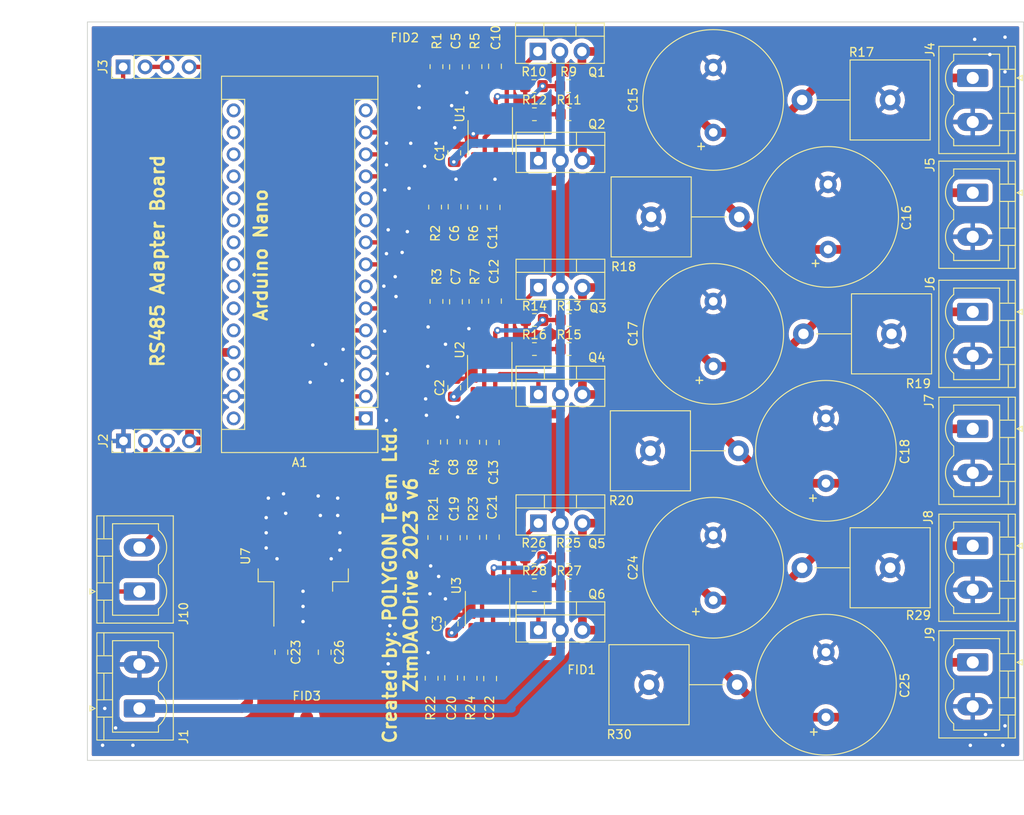
<source format=kicad_pcb>
(kicad_pcb (version 20211014) (generator pcbnew)
  (layers (0 "F.Cu" signal) (31 "B.Cu" signal) (34 "B.Paste" user) (35 "F.Paste" user) (36 "B.SilkS" user "B.Silkscreen") (37 "F.SilkS" user "F.Silkscreen") (38 "B.Mask" user) (39 "F.Mask" user) (44 "Edge.Cuts" user))
  (net 0 "")
  (net 1 "TX")
  (net 2 "RX")
  (net 4 "GND")
  (net 5 "OE")
  (net 6 "PWM0")
  (net 8 "PWM1")
  (net 9 "PWM2")
  (net 12 "PWM3")
  (net 13 "PWM4")
  (net 14 "PWM5")
  (net 27 "+5V")
  (net 30 "+12V")
  (net 31 "Net-(C5-Pad1)")
  (net 32 "Net-(C6-Pad1)")
  (net 33 "Net-(C7-Pad1)")
  (net 34 "Net-(C8-Pad1)")
  (net 35 "Net-(C10-Pad1)")
  (net 36 "Net-(C11-Pad1)")
  (net 37 "Net-(C12-Pad1)")
  (net 38 "Net-(C13-Pad1)")
  (net 39 "AO0")
  (net 40 "AO1")
  (net 41 "AO2")
  (net 42 "AO3")
  (net 43 "Net-(C19-Pad1)")
  (net 44 "Net-(C20-Pad1)")
  (net 45 "Net-(C21-Pad1)")
  (net 46 "Net-(C22-Pad1)")
  (net 47 "AO4")
  (net 48 "AO5")
  (net 49 "Net-(J10-Pad1)")
  (net 50 "Net-(J10-Pad2)")
  (net 51 "Net-(U1-Pad1)")
  (net 52 "Net-(U1-Pad7)")
  (net 53 "Net-(U2-Pad1)")
  (net 54 "Net-(U2-Pad7)")
  (net 55 "Net-(U3-Pad1)")
  (net 56 "Net-(U3-Pad7)")
  (net 57 "Net-(R10-Pad2)")
  (net 58 "Net-(R11-Pad1)")
  (net 59 "Net-(R13-Pad1)")
  (net 60 "Net-(R15-Pad1)")
  (net 61 "Net-(R25-Pad1)")
  (net 62 "Net-(R27-Pad1)")
  (footprint "Connector_Phoenix_MSTB:PhoenixContact_MSTBVA_2,5_2-G-5,08_1x02_P5.08mm_Vertical" (layer "F.Cu") (at 259.6375 115.93 -90)
    (fp_text reference "J9")
    (fp_text value "Conn_01x02_Male")
  )
  (footprint "Package_TO_SOT_THT:TO-220-3_Vertical" (layer "F.Cu") (at 209.53 85.01)
    (fp_text reference "Q4")
    (fp_text value "2SC2073")
  )
  (footprint "Resistor_THT:R_Axial_Power_L25.0mm_W9.0mm_P10.16mm_Vertical" (layer "F.Cu") (at 250.11 51.01 180)
    (fp_text reference "R17")
    (fp_text value "68/5W")
  )
  (footprint "Capacitor_THT:C_Radial_D16.0mm_H25.0mm_P7.50mm" (layer "F.Cu") (at 229.7 81.76 90)
    (fp_text reference "C17")
    (fp_text value "1000u/63V")
  )
  (footprint "Resistor_SMD:R_0805_2012Metric_Pad1.20x1.40mm_HandSolder" (layer "F.Cu") (at 197.77 74.265 90)
    (fp_text reference "R3")
    (fp_text value "100k")
  )
  (footprint "Resistor_SMD:R_0805_2012Metric_Pad1.20x1.40mm_HandSolder" (layer "F.Cu") (at 197.77 47.16 90)
    (fp_text reference "R1")
    (fp_text value "100k")
  )
  (footprint "Capacitor_THT:C_Radial_D16.0mm_H25.0mm_P7.50mm" (layer "F.Cu") (at 242.7 122.26 90)
    (fp_text reference "C25")
    (fp_text value "1000u/63V")
  )
  (footprint "Connector_Phoenix_MSTB:PhoenixContact_MSTBVA_2,5_2-G-5,08_1x02_P5.08mm_Vertical" (layer "F.Cu") (at 259.6375 88.97 -90)
    (fp_text reference "J7")
    (fp_text value "Conn_01x02_Male")
  )
  (footprint "Capacitor_SMD:C_0805_2012Metric_Pad1.18x1.45mm_HandSolder" (layer "F.Cu") (at 200.02 47.1975 -90)
    (fp_text reference "C5")
    (fp_text value "100n")
  )
  (footprint "Capacitor_THT:C_Radial_D16.0mm_H25.0mm_P7.50mm" (layer "F.Cu") (at 229.7 108.76 90)
    (fp_text reference "C24")
    (fp_text value "1000u/63V")
  )
  (footprint "Resistor_THT:R_Axial_Power_L25.0mm_W9.0mm_P10.16mm_Vertical" (layer "F.Cu") (at 222.54 64.51)
    (fp_text reference "R18")
    (fp_text value "68/5W")
  )
  (footprint "Package_TO_SOT_THT:TO-220-3_Vertical" (layer "F.Cu") (at 209.53 99.865)
    (fp_text reference "Q5")
    (fp_text value "2SC2073")
  )
  (footprint "Package_TO_SOT_THT:TO-220-3_Vertical" (layer "F.Cu") (at 209.53 72.665)
    (fp_text reference "Q3")
    (fp_text value "2SC2073")
  )
  (footprint "Connector_Phoenix_MSTB:PhoenixContact_MSTBVA_2,5_2-G-5,08_1x02_P5.08mm_Vertical" (layer "F.Cu") (at 259.6375 75.47 -90)
    (fp_text reference "J6")
    (fp_text value "Conn_01x02_Male")
  )
  (footprint "Package_SO:SO-8_3.9x4.9mm_P1.27mm" (layer "F.Cu") (at 203.915 82.44 -90)
    (fp_text reference "U2")
    (fp_text value "LM358")
  )
  (footprint "Capacitor_SMD:C_0805_2012Metric_Pad1.18x1.45mm_HandSolder" (layer "F.Cu") (at 199.77 101.5525 -90)
    (fp_text reference "C19")
    (fp_text value "100n")
  )
  (footprint "Resistor_SMD:R_0805_2012Metric_Pad1.20x1.40mm_HandSolder" (layer "F.Cu") (at 201.71 117.765 90)
    (fp_text reference "R24")
    (fp_text value "100k")
  )
  (footprint "Capacitor_SMD:C_0805_2012Metric_Pad1.18x1.45mm_HandSolder" (layer "F.Cu") (at 204.26 90.5475 -90)
    (fp_text reference "C13")
    (fp_text value "100n")
  )
  (footprint "Capacitor_SMD:C_0805_2012Metric_Pad1.18x1.45mm_HandSolder" (layer "F.Cu") (at 204.27 101.4775 90)
    (fp_text reference "C21")
    (fp_text value "100n")
  )
  (footprint "Resistor_SMD:R_0805_2012Metric_Pad1.20x1.40mm_HandSolder" (layer "F.Cu") (at 209.07 107.015)
    (fp_text reference "R28")
    (fp_text value "10k")
  )
  (footprint "Capacitor_THT:C_Radial_D16.0mm_H25.0mm_P7.50mm" (layer "F.Cu") (at 242.7 95.26 90)
    (fp_text reference "C18")
    (fp_text value "1000u/63V")
  )
  (footprint "Capacitor_SMD:C_0805_2012Metric_Pad1.18x1.45mm_HandSolder" (layer "F.Cu") (at 200.02 74.3025 -90)
    (fp_text reference "C7")
    (fp_text value "100n")
  )
  (footprint "Capacitor_SMD:C_0805_2012Metric_Pad1.18x1.45mm_HandSolder" (layer "F.Cu") (at 199.46 117.7275 90)
    (fp_text reference "C20")
    (fp_text value "100n")
  )
  (footprint "Resistor_SMD:R_0805_2012Metric_Pad1.20x1.40mm_HandSolder" (layer "F.Cu") (at 213.01 49.41)
    (fp_text reference "R9")
    (fp_text value "10k")
  )
  (footprint "Package_TO_SOT_THT:TO-220-3_Vertical" (layer "F.Cu") (at 209.53 112.21)
    (fp_text reference "Q6")
    (fp_text value "2SC2073")
  )
  (footprint "Resistor_THT:R_Axial_Power_L25.0mm_W9.0mm_P10.16mm_Vertical" (layer "F.Cu") (at 250.11 105.01 180)
    (fp_text reference "R29")
    (fp_text value "68/5W")
  )
  (footprint "Connector_PinHeader_2.54mm:PinHeader_1x04_P2.54mm_Vertical" (layer "F.Cu") (at 161.62 47.19 90)
    (fp_text reference "J3")
    (fp_text value "Conn_01x04_Female")
  )
  (footprint "Resistor_SMD:R_0805_2012Metric_Pad1.20x1.40mm_HandSolder" (layer "F.Cu") (at 209.07 76.41)
    (fp_text reference "R14")
    (fp_text value "10k")
  )
  (footprint "Fiducial:Fiducial_1.5mm_Mask3mm" (layer "F.Cu") (at 214.52 119.265)
    (fp_text reference "FID1")
    (fp_text value "Fiducial")
  )
  (footprint "Resistor_SMD:R_0805_2012Metric_Pad1.20x1.40mm_HandSolder" (layer "F.Cu") (at 213.07 52.66)
    (fp_text reference "R11")
    (fp_text value "10k")
  )
  (footprint "Resistor_THT:R_Axial_Power_L25.0mm_W9.0mm_P10.16mm_Vertical" (layer "F.Cu") (at 250.27 78.01 180)
    (fp_text reference "R19")
    (fp_text value "68/5W")
  )
  (footprint "Connector_Phoenix_MSTB:PhoenixContact_MSTBVA_2,5_2-G-5,08_1x02_P5.08mm_Vertical" (layer "F.Cu") (at 259.6375 102.47 -90)
    (fp_text reference "J8")
    (fp_text value "Conn_01x02_Male")
  )
  (footprint "Capacitor_SMD:C_0805_2012Metric_Pad1.18x1.45mm_HandSolder" (layer "F.Cu") (at 204.52 74.2275 90)
    (fp_text reference "C12")
    (fp_text value "100n")
  )
  (footprint "Resistor_SMD:R_0805_2012Metric_Pad1.20x1.40mm_HandSolder" (layer "F.Cu") (at 202.27 47.16 -90)
    (fp_text reference "R5")
    (fp_text value "100k")
  )
  (footprint "Package_TO_SOT_THT:TO-220-3_Vertical" (layer "F.Cu") (at 209.47 45.41)
    (fp_text reference "Q1")
    (fp_text value "2SC2073")
  )
  (footprint "Resistor_SMD:R_0805_2012Metric_Pad1.20x1.40mm_HandSolder" (layer "F.Cu") (at 197.61 63.3725 -90)
    (fp_text reference "R2")
    (fp_text value "100k")
  )
  (footprint "Capacitor_SMD:C_0805_2012Metric_Pad1.18x1.45mm_HandSolder" (layer "F.Cu") (at 204.36 63.41 -90)
    (fp_text reference "C11")
    (fp_text value "100n")
  )
  (footprint "Capacitor_THT:C_Radial_D16.0mm_H25.0mm_P7.50mm" (layer "F.Cu") (at 229.7 54.76 90)
    (fp_text reference "C15")
    (fp_text value "1000u/63V")
  )
  (footprint "Capacitor_SMD:C_0805_2012Metric_Pad1.18x1.45mm_HandSolder" (layer "F.Cu") (at 199.82 57.1225 90)
    (fp_text reference "C1")
    (fp_text value "100n")
  )
  (footprint "Connector_PinHeader_2.54mm:PinHeader_1x04_P2.54mm_Vertical" (layer "F.Cu") (at 161.66 90.37 90)
    (fp_text reference "J2")
    (fp_text value "Conn_01x04_Female")
  )
  (footprint "Connector_Phoenix_MSTB:PhoenixContact_MSTBVA_2,5_2-G-5,08_1x02_P5.08mm_Vertical" (layer "F.Cu") (at 259.6375 61.72 -90)
    (fp_text reference "J5")
    (fp_text value "Conn_01x02_Male")
  )
  (footprint "Resistor_SMD:R_0805_2012Metric_Pad1.20x1.40mm_HandSolder" (layer "F.Cu") (at 209.01 49.41)
    (fp_text reference "R10")
    (fp_text value "10k")
  )
  (footprint "Capacitor_SMD:C_0805_2012Metric_Pad1.18x1.45mm_HandSolder" (layer "F.Cu") (at 199.52 111.4775 90)
    (fp_text reference "C3")
    (fp_text value "100n")
  )
  (footprint "Resistor_SMD:R_0805_2012Metric_Pad1.20x1.40mm_HandSolder" (layer "F.Cu") (at 213.07 107.015)
    (fp_text reference "R27")
    (fp_text value "10k")
  )
  (footprint "Resistor_SMD:R_0805_2012Metric_Pad1.20x1.40mm_HandSolder" (layer "F.Cu") (at 213.01 103.81)
    (fp_text reference "R25")
    (fp_text value "10k")
  )
  (footprint "Capacitor_SMD:C_0805_2012Metric_Pad1.18x1.45mm_HandSolder" (layer "F.Cu") (at 199.82 84.2275 90)
    (fp_text reference "C2")
    (fp_text value "100n")
  )
  (footprint "Resistor_SMD:R_0805_2012Metric_Pad1.20x1.40mm_HandSolder" (layer "F.Cu") (at 209.07 52.66)
    (fp_text reference "R12")
    (fp_text value "10k")
  )
  (footprint "Capacitor_SMD:C_0805_2012Metric_Pad1.18x1.45mm_HandSolder" (layer "F.Cu") (at 179.875 114.7625 -90)
    (fp_text reference "C23")
    (fp_text value "100n")
  )
  (footprint "Fiducial:Fiducial_1.5mm_Mask3mm" (layer "F.Cu") (at 182.8 122.3)
    (fp_text reference "FID3")
    (fp_text value "Fiducial")
  )
  (footprint "Connector_Phoenix_MSTB:PhoenixContact_MSTBVA_2,5_2-G-5,08_1x02_P5.08mm_Vertical" (layer "F.Cu") (at 163.5 121.25 90)
    (fp_text reference "J1")
    (fp_text value "Conn_01x02_Male")
  )
  (footprint "Resistor_SMD:R_0805_2012Metric_Pad1.20x1.40mm_HandSolder" (layer "F.Cu") (at 213.07 76.41)
    (fp_text reference "R13")
    (fp_text value "10k")
  )
  (footprint "Package_TO_SOT_THT:TO-220-3_Vertical" (layer "F.Cu") (at 209.53 58.01)
    (fp_text reference "Q2")
    (fp_text value "2SC2073")
  )
  (footprint "Resistor_SMD:R_0805_2012Metric_Pad1.20x1.40mm_HandSolder" (layer "F.Cu") (at 202.02 101.515 -90)
    (fp_text reference "R23")
    (fp_text value "100k")
  )
  (footprint "Connector_Phoenix_MSTB:PhoenixContact_MSTBVA_2,5_2-G-5,08_1x02_P5.08mm_Vertical" (layer "F.Cu") (at 163.5 107.75 90)
    (fp_text reference "J10")
    (fp_text value "Conn_01x02_Male")
  )
  (footprint "Resistor_SMD:R_0805_2012Metric_Pad1.20x1.40mm_HandSolder" (layer "F.Cu") (at 202.27 74.265 -90)
    (fp_text reference "R7")
    (fp_text value "100k")
  )
  (footprint "Resistor_SMD:R_0805_2012Metric_Pad1.20x1.40mm_HandSolder" (layer "F.Cu") (at 202.01 90.51 90)
    (fp_text reference "R8")
    (fp_text value "100k")
  )
  (footprint "Capacitor_SMD:C_0805_2012Metric_Pad1.18x1.45mm_HandSolder" (layer "F.Cu") (at 204.52 47.1225 90)
    (fp_text reference "C10")
    (fp_text value "100n")
  )
  (footprint "Resistor_SMD:R_0805_2012Metric_Pad1.20x1.40mm_HandSolder" (layer "F.Cu") (at 197.51 90.51 -90)
    (fp_text reference "R4")
    (fp_text value "100k")
  )
  (footprint "Resistor_SMD:R_0805_2012Metric_Pad1.20x1.40mm_HandSolder" (layer "F.Cu") (at 197.52 101.515 90)
    (fp_text reference "R21")
    (fp_text value "100k")
  )
  (footprint "Capacitor_THT:C_Radial_D16.0mm_H25.0mm_P7.50mm" (layer "F.Cu") (at 242.95 68.26 90)
    (fp_text reference "C16")
    (fp_text value "1000u/63V")
  )
  (footprint "Package_TO_SOT_SMD:TO-263-2" (layer "F.Cu") (at 182.4 103.675 90)
    (fp_text reference "U7")
    (fp_text value "LM7805_TO220")
  )
  (footprint "Fiducial:Fiducial_1.5mm_Mask3mm" (layer "F.Cu") (at 194.11 46.31)
    (fp_text reference "FID2")
    (fp_text value "Fiducial")
  )
  (footprint "Capacitor_SMD:C_0805_2012Metric_Pad1.18x1.45mm_HandSolder" (layer "F.Cu") (at 199.76 90.4725 90)
    (fp_text reference "C8")
    (fp_text value "100n")
  )
  (footprint "Package_SO:SO-8_3.9x4.9mm_P1.27mm" (layer "F.Cu") (at 203.975 55.335 -90)
    (fp_text reference "U1")
    (fp_text value "LM358")
  )
  (footprint "Capacitor_SMD:C_0805_2012Metric_Pad1.18x1.45mm_HandSolder" (layer "F.Cu") (at 199.86 63.335 90)
    (fp_text reference "C6")
    (fp_text value "100n")
  )
  (footprint "Package_SO:SO-8_3.9x4.9mm_P1.27mm" (layer "F.Cu") (at 203.665 109.69 -90)
    (fp_text reference "U3")
    (fp_text value "LM358")
  )
  (footprint "Capacitor_SMD:C_0805_2012Metric_Pad1.18x1.45mm_HandSolder" (layer "F.Cu") (at 184.875 114.7625 -90)
    (fp_text reference "C26")
    (fp_text value "100n")
  )
  (footprint "Resistor_SMD:R_0805_2012Metric_Pad1.20x1.40mm_HandSolder" (layer "F.Cu") (at 202.11 63.3725 90)
    (fp_text reference "R6")
    (fp_text value "100k")
  )
  (footprint "Capacitor_SMD:C_0805_2012Metric_Pad1.18x1.45mm_HandSolder" (layer "F.Cu") (at 203.96 117.8025 -90)
    (fp_text reference "C22")
    (fp_text value "100n")
  )
  (footprint "Resistor_THT:R_Axial_Power_L25.0mm_W9.0mm_P10.16mm_Vertical" (layer "F.Cu") (at 222.45 91.51)
    (fp_text reference "R20")
    (fp_text value "68/5W")
  )
  (footprint "Connector_Phoenix_MSTB:PhoenixContact_MSTBVA_2,5_2-G-5,08_1x02_P5.08mm_Vertical" (layer "F.Cu") (at 259.6375 48.47 -90)
    (fp_text reference "J4")
    (fp_text value "Conn_01x02_Male")
  )
  (footprint "Resistor_SMD:R_0805_2012Metric_Pad1.20x1.40mm_HandSolder" (layer "F.Cu") (at 213.07 79.765)
    (fp_text reference "R15")
    (fp_text value "10k")
  )
  (footprint "Resistor_SMD:R_0805_2012Metric_Pad1.20x1.40mm_HandSolder" (layer "F.Cu") (at 209.07 79.765)
    (fp_text reference "R16")
    (fp_text value "10k")
  )
  (footprint "Resistor_SMD:R_0805_2012Metric_Pad1.20x1.40mm_HandSolder" (layer "F.Cu") (at 209.01 103.81)
    (fp_text reference "R26")
    (fp_text value "10k")
  )
  (footprint "Resistor_THT:R_Axial_Power_L25.0mm_W9.0mm_P10.16mm_Vertical" (layer "F.Cu") (at 222.29 118.51)
    (fp_text reference "R30")
    (fp_text value "68/5W")
  )
  (footprint "Module:Arduino_Nano" (layer "F.Cu") (at 189.61 87.77 180)
    (fp_text reference "A1")
    (fp_text value "Arduino_Nano_v3.x")
  )
  (footprint "Resistor_SMD:R_0805_2012Metric_Pad1.20x1.40mm_HandSolder" (layer "F.Cu") (at 197.21 117.765 -90)
    (fp_text reference "R22")
    (fp_text value "100k")
  )
  (gr_poly (pts (xy 265.5 127.25) (xy 157.5 127.25) (xy 157.5 42) (xy 265.5 42)) (layer "Edge.Cuts") (width 0.1) (fill none))
  (gr_text "+" (at 228.1 83.3) (layer "F.SilkS") (effects (font (size 1 1))))
  (gr_text "Arduino Nano" (at 177.5 68.9 90) (layer "F.SilkS") (effects (font (size 1.5 1.5) (thickness 0.3))))
  (gr_text "+" (at 241.2 96.9) (layer "F.SilkS") (effects (font (size 1 1))))
  (gr_text "+" (at 228.3 56.3) (layer "F.SilkS") (effects (font (size 1 1))))
  (gr_text "+" (at 227.7 110) (layer "F.SilkS") (effects (font (size 1 1))))
  (gr_text "Created by: POLYGON Team Ltd.\nZtmDACDrive 2023 v6" (at 193.6 107 90) (layer "F.SilkS") (effects (font (size 1.5 1.5) (thickness 0.3))))
  (gr_text "RS485 Adapter Board" (at 165.6 69.6 90) (layer "F.SilkS") (effects (font (size 1.5 1.5) (thickness 0.3))))
  (gr_text "+" (at 241.3 123.9) (layer "F.SilkS") (effects (font (size 1 1))))
  (gr_text "+" (at 241.5 69.8) (layer "F.SilkS") (effects (font (size 1 1))))
  (segment (start 161.62 48.87) (end 161.62 47.19) (width 0.5) (layer "F.Cu") (net 1))
  (segment (start 189.61 87.77) (end 180.77 87.77) (width 0.5) (layer "F.Cu") (net 1))
  (segment (start 180.77 87.77) (end 180 87) (width 0.5) (layer "F.Cu") (net 1))
  (segment (start 162.25 49.5) (end 161.62 48.87) (width 0.5) (layer "F.Cu") (net 1))
  (segment (start 179 49.5) (end 162.25 49.5) (width 0.5) (layer "F.Cu") (net 1))
  (segment (start 180 50.5) (end 179 49.5) (width 0.5) (layer "F.Cu") (net 1))
  (segment (start 180 87) (end 180 50.5) (width 0.5) (layer "F.Cu") (net 1))
  (segment (start 181.75 84.5) (end 181.75 48.38) (width 0.5) (layer "F.Cu") (net 2))
  (segment (start 182.48 85.23) (end 181.75 84.5) (width 0.5) (layer "F.Cu") (net 2))
  (segment (start 180.56 47.19) (end 169.24 47.19) (width 0.5) (layer "F.Cu") (net 2))
  (segment (start 181.75 48.38) (end 180.56 47.19) (width 0.5) (layer "F.Cu") (net 2))
  (segment (start 189.61 85.23) (end 182.48 85.23) (width 0.5) (layer "F.Cu") (net 2))
  (via (at 261.11 124.26) (size 0.8) (drill 0.4) (layers "F.Cu" "B.Cu") (net 4))
  (via (at 178.125 102.725) (size 0.8) (drill 0.4) (layers "F.Cu" "B.Cu") (net 4))
  (via (at 180.375 98.725) (size 0.8) (drill 0.4) (layers "F.Cu" "B.Cu") (net 4))
  (via (at 184.125 96.725) (size 0.8) (drill 0.4) (layers "F.Cu" "B.Cu") (net 4))
  (via (at 194.41 66.21) (size 0.8) (drill 0.4) (layers "F.Cu" "B.Cu") (net 4))
  (via (at 263.11 125.51) (size 0.8) (drill 0.4) (layers "F.Cu" "B.Cu") (net 4))
  (via (at 196.81 77.21) (size 0.8) (drill 0.4) (layers "F.Cu" "B.Cu") (net 4))
  (via (at 192.4 111.7) (size 0.8) (drill 0.4) (layers "F.Cu" "B.Cu") (net 4))
  (via (at 192 88) (size 0.8) (drill 0.4) (layers "F.Cu" "B.Cu") (net 4))
  (via (at 261.61 45.76) (size 0.8) (drill 0.4) (layers "F.Cu" "B.Cu") (net 4))
  (via (at 199.87 54.21) (size 0.8) (drill 0.4) (layers "F.Cu" "B.Cu") (net 4))
  (via (at 187 79.8) (size 0.8) (drill 0.4) (layers "F.Cu" "B.Cu") (net 4))
  (via (at 201.51 77.41) (size 0.8) (drill 0.4) (layers "F.Cu" "B.Cu") (net 4))
  (via (at 192 56) (size 0.8) (drill 0.4) (layers "F.Cu" "B.Cu") (net 4))
  (via (at 194.8 56.01) (size 0.8) (drill 0.4) (layers "F.Cu" "B.Cu") (net 4))
  (via (at 196.52 85.515) (size 0.8) (drill 0.4) (layers "F.Cu" "B.Cu") (net 4))
  (via (at 193.01 71.41) (size 0.8) (drill 0.4) (layers "F.Cu" "B.Cu") (net 4))
  (via (at 195.77 49.41) (size 0.8) (drill 0.4) (layers "F.Cu" "B.Cu") (net 4))
  (via (at 191.7 72.5) (size 0.8) (drill 0.4) (layers "F.Cu" "B.Cu") (net 4))
  (via (at 195.77 51.91) (size 0.8) (drill 0.4) (layers "F.Cu" "B.Cu") (net 4))
  (via (at 196.81 114.81) (size 0.8) (drill 0.4) (layers "F.Cu" "B.Cu") (net 4))
  (via (at 192 68.75) (size 0.8) (drill 0.4) (layers "F.Cu" "B.Cu") (net 4))
  (via (at 162.75 125.5) (size 0.8) (drill 0.4) (layers "F.Cu" "B.Cu") (net 4))
  (via (at 192.2 66) (size 0.8) (drill 0.4) (layers "F.Cu" "B.Cu") (net 4))
  (via (at 182.375 111.225) (size 0.8) (drill 0.4) (layers "F.Cu" "B.Cu") (net 4))
  (via (at 184.375 98.975) (size 0.8) (drill 0.4) (layers "F.Cu" "B.Cu") (net 4))
  (via (at 198.81 79.21) (size 0.8) (drill 0.4) (layers "F.Cu" "B.Cu") (net 4))
  (via (at 185.625 103.975) (size 0.8) (drill 0.4) (layers "F.Cu" "B.Cu") (net 4))
  (via (at 182.375 107.725) (size 0.8) (drill 0.4) (layers "F.Cu" "B.Cu") (net 4))
  (via (at 202.02 54.91) (size 0.8) (drill 0.4) (layers "F.Cu" "B.Cu") (net 4))
  (via (at 182.375 109.475) (size 0.8) (drill 0.4) (layers "F.Cu" "B.Cu") (net 4))
  (via (at 159.5 121.25) (size 0.8) (drill 0.4) (layers "F.Cu" "B.Cu") (net 4))
  (via (at 204.52 60.16) (size 0.8) (drill 0.4) (layers "F.Cu" "B.Cu") (net 4))
  (via (at 192.2 116.1) (size 0.8) (drill 0.4) (layers "F.Cu" "B.Cu") (net 4))
  (via (at 263.36 123.26) (size 0.8) (drill 0.4) (layers "F.Cu" "B.Cu") (net 4))
  (via (at 196.41 58.66) (size 0.8) (drill 0.4) (layers "F.Cu" "B.Cu") (net 4))
  (via (at 185 81.5) (size 0.8) (drill 0.4) (layers "F.Cu" "B.Cu") (net 4))
  (via (at 196.77 81.765) (size 0.8) (drill 0.4) (layers "F.Cu" "B.Cu") (net 4))
  (via (at 178.375 96.975) (size 0.8) (drill 0.4) (layers "F.Cu" "B.Cu") (net 4))
  (via (at 196.61 87.41) (size 0.8) (drill 0.4) (layers "F.Cu" "B.Cu") (net 4))
  (via (at 201.27 50.16) (size 0.8) (drill 0.4) (layers "F.Cu" "B.Cu") (net 4))
  (via (at 186.9 83.4) (size 0.8) (drill 0.4) (layers "F.Cu" "B.Cu") (net 4))
  (via (at 183.2 83.6) (size 0.8) (drill 0.4) (layers "F.Cu" "B.Cu") (net 4))
  (via (at 186.625 102.975) (size 0.8) (drill 0.4) (layers "F.Cu" "B.Cu") (net 4))
  (via (at 179.375 103.975) (size 0.8) (drill 0.4) (layers "F.Cu" "B.Cu") (net 4))
  (via (at 199.52 51.66) (size 0.8) (drill 0.4) (layers "F.Cu" "B.Cu") (net 4))
  (via (at 186.625 100.975) (size 0.8) (drill 0.4) (layers "F.Cu" "B.Cu") (net 4))
  (via (at 200.21 87.61) (size 0.8) (drill 0.4) (layers "F.Cu" "B.Cu") (net 4))
  (via (at 194.61 61.21) (size 0.8) (drill 0.4) (layers "F.Cu" "B.Cu") (net 4))
  (via (at 186.375 98.975) (size 0.8) (drill 0.4) (layers "F.Cu" "B.Cu") (net 4))
  (via (at 197.02 108.015) (size 0.8) (drill 0.4) (layers "F.Cu" "B.Cu") (net 4))
  (via (at 183.5 79.3) (size 0.8) (drill 0.4) (layers "F.Cu" "B.Cu") (net 4))
  (via (at 192.1 82.6) (size 0.8) (drill 0.4) (layers "F.Cu" "B.Cu") (net 4))
  (via (at 263.36 47.76) (size 0.8) (drill 0.4) (layers "F.Cu" "B.Cu") (net 4))
  (via (at 200.02 60.16) (size 0.8) (drill 0.4) (layers "F.Cu" "B.Cu") (net 4))
  (via (at 180.125 96.475) (size 0.8) (drill 0.4) (layers "F.Cu" "B.Cu") (net 4))
  (via (at 263.36 43.76) (size 0.8) (drill 0.4) (layers "F.Cu" "B.Cu") (net 4))
  (via (at 197.1 104.8) (size 0.8) (drill 0.4) (layers "F.Cu" "B.Cu") (net 4))
  (via (at 193.81 68.61) (size 0.8) (drill 0.4) (layers "F.Cu" "B.Cu") (net 4))
  (via (at 259.86 44.01) (size 0.8) (drill 0.4) (layers "F.Cu" "B.Cu") (net 4))
  (via (at 159.25 125.5) (size 0.8) (drill 0.4) (layers "F.Cu" "B.Cu") (net 4))
  (via (at 186.375 96.975) (size 0.8) (drill 0.4) (layers "F.Cu" "B.Cu") (net 4))
  (via (at 160.75 123.5) (size 0.8) (drill 0.4) (layers "F.Cu" "B.Cu") (net 4))
  (via (at 197.71 56.01) (size 0.8) (drill 0.4) (layers "F.Cu" "B.Cu") (net 4))
  (via (at 178.125 100.975) (size 0.8) (drill 0.4) (layers "F.Cu" "B.Cu") (net 4))
  (via (at 178.125 99.225) (size 0.8) (drill 0.4) (layers "F.Cu" "B.Cu") (net 4))
  (via (at 191.8 61.4) (size 0.8) (drill 0.4) (layers "F.Cu" "B.Cu") (net 4))
  (via (at 198.02 106.015) (size 0.8) (drill 0.4) (layers "F.Cu" "B.Cu") (net 4))
  (via (at 191.8 77.7) (size 0.8) (drill 0.4) (layers "F.Cu" "B.Cu") (net 4))
  (via (at 192 58.5) (size 0.8) (drill 0.4) (layers "F.Cu" "B.Cu") (net 4))
  (via (at 259.36 125.51) (size 0.8) (drill 0.4) (layers "F.Cu" "B.Cu") (net 4))
  (via (at 198.8 108.6) (size 0.8) (drill 0.4) (layers "F.Cu" "B.Cu") (net 4))
  (via (at 193.1 73.7) (size 0.8) (drill 0.4) (layers "F.Cu" "B.Cu") (net 4))
  (segment (start 183.5 76.75) (end 183.5 45.75) (width 0.5) (layer "F.Cu") (net 5))
  (segment (start 164.16 47.19) (end 166.7 47.19) (width 0.5) (layer "F.Cu") (net 5))
  (segment (start 167.5 44.75) (end 166.7 45.55) (width 0.5) (layer "F.Cu") (net 5))
  (segment (start 184.36 77.61) (end 183.5 76.75) (width 0.5) (layer "F.Cu") (net 5))
  (segment (start 182.5 44.75) (end 167.5 44.75) (width 0.5) (layer "F.Cu") (net 5))
  (segment (start 166.7 45.55) (end 166.7 47.19) (width 0.5) (layer "F.Cu") (net 5))
  (segment (start 183.5 45.75) (end 182.5 44.75) (width 0.5) (layer "F.Cu") (net 5))
  (segment (start 189.61 77.61) (end 184.36 77.61) (width 0.5) (layer "F.Cu") (net 5))
  (segment (start 197.26 54.76) (end 197.81 54.21) (width 0.5) (layer "F.Cu") (net 6))
  (segment (start 197.77 48.16) (end 197.81 48.2) (width 0.5) (layer "F.Cu") (net 6))
  (segment (start 197.25 54.75) (end 197.26 54.76) (width 0.5) (layer "F.Cu") (net 6))
  (segment (start 189.61 54.75) (end 197.25 54.75) (width 0.5) (layer "F.Cu") (net 6))
  (segment (start 197.81 48.2) (end 197.81 54.21) (width 0.5) (layer "F.Cu") (net 6))
  (segment (start 197.61 57.81) (end 197.61 62.3725) (width 0.5) (layer "F.Cu") (net 8))
  (segment (start 189.61 57.29) (end 197.09 57.29) (width 0.5) (layer "F.Cu") (net 8))
  (segment (start 197.09 57.29) (end 197.61 57.81) (width 0.5) (layer "F.Cu") (net 8))
  (segment (start 196.01 60.61) (end 196.01 75.01) (width 0.5) (layer "F.Cu") (net 9))
  (segment (start 195.23 59.83) (end 196.01 60.61) (width 0.5) (layer "F.Cu") (net 9))
  (segment (start 189.61 59.83) (end 195.23 59.83) (width 0.5) (layer "F.Cu") (net 9))
  (segment (start 196.01 75.01) (end 196.265 75.265) (width 0.5) (layer "F.Cu") (net 9))
  (segment (start 196.265 75.265) (end 197.77 75.265) (width 0.5) (layer "F.Cu") (net 9))
  (segment (start 195.21 67.81) (end 195.21 89.21) (width 0.5) (layer "F.Cu") (net 12))
  (segment (start 189.61 67.45) (end 194.85 67.45) (width 0.5) (layer "F.Cu") (net 12))
  (segment (start 195.21 89.21) (end 195.51 89.51) (width 0.5) (layer "F.Cu") (net 12))
  (segment (start 194.85 67.45) (end 195.21 67.81) (width 0.5) (layer "F.Cu") (net 12))
  (segment (start 195.51 89.51) (end 197.51 89.51) (width 0.5) (layer "F.Cu") (net 12))
  (segment (start 194.715 102.515) (end 197.52 102.515) (width 0.5) (layer "F.Cu") (net 13))
  (segment (start 194.41 70.61) (end 194.41 102.21) (width 0.5) (layer "F.Cu") (net 13))
  (segment (start 189.61 69.99) (end 193.79 69.99) (width 0.5) (layer "F.Cu") (net 13))
  (segment (start 194.41 102.21) (end 194.715 102.515) (width 0.5) (layer "F.Cu") (net 13))
  (segment (start 193.79 69.99) (end 194.41 70.61) (width 0.5) (layer "F.Cu") (net 13))
  (segment (start 193.965 116.765) (end 197.21 116.765) (width 0.5) (layer "F.Cu") (net 14))
  (segment (start 189.61 75.07) (end 193.27 75.07) (width 0.5) (layer "F.Cu") (net 14))
  (segment (start 193.61 116.41) (end 193.965 116.765) (width 0.5) (layer "F.Cu") (net 14))
  (segment (start 193.61 75.41) (end 193.61 116.41) (width 0.5) (layer "F.Cu") (net 14))
  (segment (start 193.27 75.07) (end 193.61 75.41) (width 0.5) (layer "F.Cu") (net 14))
  (segment (start 184.875 109.515) (end 184.94 109.45) (width 1) (layer "F.Cu") (net 27))
  (segment (start 188.4 109.45) (end 184.94 109.45) (width 1) (layer "F.Cu") (net 27))
  (segment (start 184.875 113.725) (end 184.875 109.515) (width 1) (layer "F.Cu") (net 27))
  (segment (start 174.37 80.15) (end 169.96 80.15) (width 1) (layer "F.Cu") (net 27))
  (segment (start 188.4 109.45) (end 191 106.85) (width 1) (layer "F.Cu") (net 27))
  (segment (start 188.12 90.37) (end 191 93.25) (width 1) (layer "F.Cu") (net 27))
  (segment (start 169.28 90.37) (end 188.12 90.37) (width 1) (layer "F.Cu") (net 27))
  (segment (start 169.96 80.15) (end 169.28 80.83) (width 1) (layer "F.Cu") (net 27))
  (segment (start 169.28 90.37) (end 169.28 80.83) (width 1) (layer "F.Cu") (net 27))
  (segment (start 191 93.25) (end 191 106.85) (width 1) (layer "F.Cu") (net 27))
  (segment (start 212.07 86.865) (end 212.07 85.01) (width 1) (layer "F.Cu") (net 30))
  (segment (start 212.07 59.81) (end 212.07 58.01) (width 1) (layer "F.Cu") (net 30))
  (segment (start 163 121.25) (end 175.35 121.25) (width 1) (layer "F.Cu") (net 30))
  (segment (start 179.875 109.465) (end 179.86 109.45) (width 1) (layer "F.Cu") (net 30))
  (segment (start 176.875 113.725) (end 176.125 114.475) (width 1) (layer "F.Cu") (net 30))
  (segment (start 211.67 87.265) (end 212.07 86.865) (width 1) (layer "F.Cu") (net 30))
  (segment (start 205.57 114.165) (end 206.07 114.665) (width 1) (layer "F.Cu") (net 30))
  (segment (start 206.07 114.665) (end 211.67 114.665) (width 1) (layer "F.Cu") (net 30))
  (segment (start 205.82 87.015) (end 206.07 87.265) (width 1) (layer "F.Cu") (net 30))
  (segment (start 176.1 120.5) (end 175.35 121.25) (width 1) (layer "F.Cu") (net 30))
  (segment (start 179.875 113.725) (end 179.875 109.465) (width 1) (layer "F.Cu") (net 30))
  (segment (start 205.88 59.82) (end 206.47 60.41) (width 1) (layer "F.Cu") (net 30))
  (segment (start 206.07 87.265) (end 211.67 87.265) (width 1) (layer "F.Cu") (net 30))
  (segment (start 205.82 85.015) (end 205.82 87.015) (width 1) (layer "F.Cu") (net 30))
  (segment (start 211.67 114.665) (end 212.07 114.265) (width 1) (layer "F.Cu") (net 30))
  (segment (start 179.875 113.725) (end 176.875 113.725) (width 1) (layer "F.Cu") (net 30))
  (segment (start 212.07 114.265) (end 212.07 112.21) (width 1) (layer "F.Cu") (net 30))
  (segment (start 206.47 60.41) (end 211.47 60.41) (width 1) (layer "F.Cu") (net 30))
  (segment (start 176.1 114.5) (end 176.1 120.5) (width 1) (layer "F.Cu") (net 30))
  (segment (start 205.88 57.91) (end 205.88 59.82) (width 1) (layer "F.Cu") (net 30))
  (segment (start 205.57 112.265) (end 205.57 114.165) (width 1) (layer "F.Cu") (net 30))
  (segment (start 211.47 60.41) (end 212.07 59.81) (width 1) (layer "F.Cu") (net 30))
  (via (at 199.77 58.16) (size 0.8) (drill 0.4) (layers "F.Cu" "B.Cu") (net 30))
  (via (at 199.77 85.265) (size 0.8) (drill 0.4) (layers "F.Cu" "B.Cu") (net 30))
  (via (at 199.52 112.515) (size 0.8) (drill 0.4) (layers "F.Cu" "B.Cu") (net 30))
  (segment (start 201.97 83.065) (end 212.07 83.065) (width 1) (layer "B.Cu") (net 30))
  (segment (start 212.07 112.21) (end 212.07 115.215) (width 1) (layer "B.Cu") (net 30))
  (segment (start 212.07 57.865) (end 212.07 84.065) (width 1) (layer "B.Cu") (net 30))
  (segment (start 212.07 110.265) (end 212.07 112.265) (width 1) (layer "B.Cu") (net 30))
  (segment (start 199.77 85.265) (end 201.97 83.065) (width 1) (layer "B.Cu") (net 30))
  (segment (start 212.07 45.41) (end 212.07 56.01) (width 1) (layer "B.Cu") (net 30))
  (segment (start 201.67 56.01) (end 199.77 57.91) (width 1) (layer "B.Cu") (net 30))
  (segment (start 212.07 84.065) (end 212.07 110.265) (width 1) (layer "B.Cu") (net 30))
  (segment (start 199.52 112.515) (end 201.77 110.265) (width 1) (layer "B.Cu") (net 30))
  (segment (start 206.025 121.26) (end 212.07 115.215) (width 1) (layer "B.Cu") (net 30))
  (segment (start 163 121.25) (end 206.415 121.25) (width 1) (layer "B.Cu") (net 30))
  (segment (start 212.07 58.01) (end 212.07 56.01) (width 1) (layer "B.Cu") (net 30))
  (segment (start 199.77 58.16) (end 199.77 57.91) (width 1) (layer "B.Cu") (net 30))
  (segment (start 201.77 110.265) (end 212.07 110.265) (width 1) (layer "B.Cu") (net 30))
  (segment (start 212.07 56.01) (end 201.67 56.01) (width 1) (layer "B.Cu") (net 30))
  (segment (start 197.77 46.16) (end 202.27 46.16) (width 0.5) (layer "F.Cu") (net 31))
  (segment (start 197.61 64.3175) (end 202.11 64.3175) (width 0.5) (layer "F.Cu") (net 32))
  (segment (start 197.77 73.265) (end 202.27 73.265) (width 0.5) (layer "F.Cu") (net 33))
  (segment (start 197.55 91.505) (end 202.05 91.505) (width 0.5) (layer "F.Cu") (net 34))
  (segment (start 202.27 48.16) (end 204.52 48.16) (width 0.5) (layer "F.Cu") (net 35))
  (segment (start 203.34 50.23) (end 203.34 52.76) (width 0.5) (layer "F.Cu") (net 35))
  (segment (start 204.52 48.16) (end 204.52 49.05) (width 0.5) (layer "F.Cu") (net 35))
  (segment (start 204.52 49.05) (end 203.34 50.23) (width 0.5) (layer "F.Cu") (net 35))
  (segment (start 204.36 62.3725) (end 202.11 62.3725) (width 0.5) (layer "F.Cu") (net 36))
  (segment (start 202.07 57.91) (end 202.07 62.3325) (width 0.5) (layer "F.Cu") (net 36))
  (segment (start 202.07 62.3325) (end 202.11 62.3725) (width 0.5) (layer "F.Cu") (net 36))
  (segment (start 204.52 75.265) (end 204.52 76.015) (width 0.5) (layer "F.Cu") (net 37))
  (segment (start 203.28 77.505) (end 203.28 79.865) (width 0.5) (layer "F.Cu") (net 37))
  (segment (start 203.27 77.265) (end 204.52 76.015) (width 0.5) (layer "F.Cu") (net 37))
  (segment (start 203.28 77.505) (end 203.27 77.495) (width 0.5) (layer "F.Cu") (net 37))
  (segment (start 202.27 75.265) (end 204.52 75.265) (width 0.5) (layer "F.Cu") (net 37))
  (segment (start 203.27 77.495) (end 203.27 77.265) (width 0.5) (layer "F.Cu") (net 37))
  (segment (start 202.01 89.51) (end 204.26 89.51) (width 0.5) (layer "F.Cu") (net 38))
  (segment (start 202.01 85.015) (end 202.01 89.51) (width 0.5) (layer "F.Cu") (net 38))
  (segment (start 242.49 48.47) (end 239.95 51.01) (width 1) (layer "F.Cu") (net 39))
  (segment (start 229.7 54.76) (end 236.2 54.76) (width 1) (layer "F.Cu") (net 39))
  (segment (start 214.55 47.47) (end 214.01 48.01) (width 1) (layer "F.Cu") (net 39))
  (segment (start 214.55 45.41) (end 214.55 47.47) (width 1) (layer "F.Cu") (net 39))
  (segment (start 214.01 49.41) (end 214.01 48.01) (width 1) (layer "F.Cu") (net 39))
  (segment (start 229.7 54.76) (end 220.35 45.41) (width 1) (layer "F.Cu") (net 39))
  (segment (start 259.6375 48.47) (end 242.49 48.47) (width 1) (layer "F.Cu") (net 39))
  (segment (start 236.2 54.76) (end 239.95 51.01) (width 1) (layer "F.Cu") (net 39))
  (segment (start 220.35 45.41) (end 214.55 45.41) (width 1) (layer "F.Cu") (net 39))
  (segment (start 214.11 52.7) (end 214.07 52.66) (width 0.5) (layer "F.Cu") (net 40))
  (segment (start 242.95 68.26) (end 236.45 68.26) (width 1) (layer "F.Cu") (net 40))
  (segment (start 214.61 58.01) (end 214.61 55.35) (width 1) (layer "F.Cu") (net 40))
  (segment (start 226.2 58.01) (end 232.7 64.51) (width 1) (layer "F.Cu") (net 40))
  (segment (start 214.61 58.01) (end 226.2 58.01) (width 1) (layer "F.Cu") (net 40))
  (segment (start 236.45 68.26) (end 232.7 64.51) (width 1) (layer "F.Cu") (net 40))
  (segment (start 242.95 68.26) (end 248.76 68.26) (width 1) (layer "F.Cu") (net 40))
  (segment (start 214.61 55.35) (end 214.07 54.81) (width 1) (layer "F.Cu") (net 40))
  (segment (start 255.3 61.72) (end 259.6375 61.72) (width 1) (layer "F.Cu") (net 40))
  (segment (start 214.07 54.81) (end 214.07 52.66) (width 1) (layer "F.Cu") (net 40))
  (segment (start 248.76 68.26) (end 255.3 61.72) (width 1) (layer "F.Cu") (net 40))
  (segment (start 229.7 81.76) (end 220.605 72.665) (width 1) (layer "F.Cu") (net 41))
  (segment (start 214.07 75.15) (end 214.61 74.61) (width 1) (layer "F.Cu") (net 41))
  (segment (start 214.07 76.41) (end 214.07 75.15) (width 1) (layer "F.Cu") (net 41))
  (segment (start 236.36 81.76) (end 240.11 78.01) (width 1) (layer "F.Cu") (net 41))
  (segment (start 259.6375 75.47) (end 242.65 75.47) (width 1) (layer "F.Cu") (net 41))
  (segment (start 229.7 81.76) (end 236.36 81.76) (width 1) (layer "F.Cu") (net 41))
  (segment (start 242.65 75.47) (end 240.11 78.01) (width 1) (layer "F.Cu") (net 41))
  (segment (start 214.61 74.61) (end 214.61 72.665) (width 1) (layer "F.Cu") (net 41))
  (segment (start 220.605 72.665) (end 214.61 72.665) (width 1) (layer "F.Cu") (net 41))
  (segment (start 242.7 95.26) (end 248.96 95.26) (width 1) (layer "F.Cu") (net 42))
  (segment (start 214.61 82.405) (end 214.07 81.865) (width 1) (layer "F.Cu") (net 42))
  (segment (start 236.36 95.26) (end 232.61 91.51) (width 1) (layer "F.Cu") (net 42))
  (segment (start 214.61 85.01) (end 214.61 82.405) (width 1) (layer "F.Cu") (net 42))
  (segment (start 255.25 88.97) (end 259.6375 88.97) (width 1) (layer "F.Cu") (net 42))
  (segment (start 226.11 85.01) (end 232.61 91.51) (width 1) (layer "F.Cu") (net 42))
  (segment (start 242.7 95.26) (end 236.36 95.26) (width 1) (layer "F.Cu") (net 42))
  (segment (start 214.07 81.865) (end 214.07 79.765) (width 1) (layer "F.Cu") (net 42))
  (segment (start 248.96 95.26) (end 255.25 88.97) (width 1) (layer "F.Cu") (net 42))
  (segment (start 214.61 85.01) (end 226.11 85.01) (width 1) (layer "F.Cu") (net 42))
  (segment (start 197.52 100.515) (end 202.02 100.515) (width 0.5) (layer "F.Cu") (net 43))
  (segment (start 197.21 118.765) (end 201.71 118.765) (width 0.5) (layer "F.Cu") (net 44))
  (segment (start 202.02 102.515) (end 204.27 102.515) (width 0.5) (layer "F.Cu") (net 45))
  (segment (start 204.27 102.515) (end 204.27 103.265) (width 0.5) (layer "F.Cu") (net 45))
  (segment (start 204.27 103.265) (end 203.03 104.505) (width 0.5) (layer "F.Cu") (net 45))
  (segment (start 203.03 104.505) (end 203.03 107.115) (width 0.5) (layer "F.Cu") (net 45))
  (segment (start 201.71 116.765) (end 203.96 116.765) (width 0.5) (layer "F.Cu") (net 46))
  (segment (start 201.76 112.265) (end 201.76 116.715) (width 0.5) (layer "F.Cu") (net 46))
  (segment (start 201.76 116.715) (end 201.71 116.765) (width 0.5) (layer "F.Cu") (net 46))
  (segment (start 214.61 99.865) (end 214.61 101.41) (width 1) (layer "F.Cu") (net 47))
  (segment (start 259.6375 102.47) (end 242.49 102.47) (width 1) (layer "F.Cu") (net 47))
  (segment (start 236.2 108.76) (end 239.95 105.01) (width 1) (layer "F.Cu") (net 47))
  (segment (start 242.49 102.47) (end 239.95 105.01) (width 1) (layer "F.Cu") (net 47))
  (segment (start 214.61 101.41) (end 214.01 102.01) (width 1) (layer "F.Cu") (net 47))
  (segment (start 229.7 108.76) (end 236.2 108.76) (width 1) (layer "F.Cu") (net 47))
  (segment (start 214.01 102.01) (end 214.01 103.81) (width 1) (layer "F.Cu") (net 47))
  (segment (start 220.805 99.865) (end 229.7 108.76) (width 1) (layer "F.Cu") (net 47))
  (segment (start 214.61 99.865) (end 220.805 99.865) (width 1) (layer "F.Cu") (net 47))
  (segment (start 214.61 112.21) (end 214.61 109.605) (width 1) (layer "F.Cu") (net 48))
  (segment (start 248.96 122.26) (end 255.29 115.93) (width 1) (layer "F.Cu") (net 48))
  (segment (start 214.07 109.065) (end 214.07 107.015) (width 1) (layer "F.Cu") (net 48))
  (segment (start 236.2 122.26) (end 232.45 118.51) (width 1) (layer "F.Cu") (net 48))
  (segment (start 226.15 112.21) (end 214.61 112.21) (width 1) (layer "F.Cu") (net 48))
  (segment (start 242.7 122.26) (end 236.2 122.26) (width 1) (layer "F.Cu") (net 48))
  (segment (start 242.7 122.26) (end 248.96 122.26) (width 1) (layer "F.Cu") (net 48))
  (segment (start 214.61 109.605) (end 214.07 109.065) (width 1) (layer "F.Cu") (net 48))
  (segment (start 232.45 118.51) (end 226.15 112.21) (width 1) (layer "F.Cu") (net 48))
  (segment (start 255.29 115.93) (end 259.6375 115.93) (width 1) (layer "F.Cu") (net 48))
  (segment (start 159.4 99.9) (end 164.2 95.1) (width 0.5) (layer "F.Cu") (net 49))
  (segment (start 163.5 107.75) (end 160.45 107.75) (width 0.5) (layer "F.Cu") (net 49))
  (segment (start 159.4 106.7) (end 159.4 99.9) (width 0.5) (layer "F.Cu") (net 49))
  (segment (start 164.2 95.1) (end 164.2 90.37) (width 0.5) (layer "F.Cu") (net 49))
  (segment (start 160.45 107.75) (end 159.4 106.7) (width 0.5) (layer "F.Cu") (net 49))
  (segment (start 166.74 99.43) (end 163.5 102.67) (width 0.5) (layer "F.Cu") (net 50))
  (segment (start 166.74 90.37) (end 166.74 99.43) (width 0.5) (layer "F.Cu") (net 50))
  (segment (start 209.47 45.4575) (end 205.88 49.0475) (width 0.5) (layer "F.Cu") (net 51))
  (segment (start 205.88 49.0475) (end 205.88 52.76) (width 0.5) (layer "F.Cu") (net 51))
  (segment (start 209.47 45.41) (end 209.47 45.4575) (width 0.5) (layer "F.Cu") (net 51))
  (segment (start 204.61 56.07) (end 204.87 55.81) (width 0.5) (layer "F.Cu") (net 52))
  (segment (start 209.53 56.07) (end 209.53 58.01) (width 0.5) (layer "F.Cu") (net 52))
  (segment (start 204.61 57.91) (end 204.61 56.07) (width 0.5) (layer "F.Cu") (net 52))
  (segment (start 204.87 55.81) (end 209.27 55.81) (width 0.5) (layer "F.Cu") (net 52))
  (segment (start 209.27 55.81) (end 209.53 56.07) (width 0.5) (layer "F.Cu") (net 52))
  (segment (start 205.82 79.865) (end 205.82 76.375) (width 0.5) (layer "F.Cu") (net 53))
  (segment (start 205.82 76.375) (end 209.53 72.665) (width 0.5) (layer "F.Cu") (net 53))
  (segment (start 209.53 85.01) (end 209.53 82.925) (width 0.5) (layer "F.Cu") (net 54))
  (segment (start 204.55 85.015) (end 204.55 83.185) (width 0.5) (layer "F.Cu") (net 54))
  (segment (start 205.07 82.665) (end 209.27 82.665) (width 0.5) (layer "F.Cu") (net 54))
  (segment (start 204.55 83.185) (end 205.07 82.665) (width 0.5) (layer "F.Cu") (net 54))
  (segment (start 209.53 82.925) (end 209.27 82.665) (width 0.5) (layer "F.Cu") (net 54))
  (segment (start 205.57 103.825) (end 209.53 99.865) (width 0.5) (layer "F.Cu") (net 55))
  (segment (start 205.57 107.115) (end 205.57 103.825) (width 0.5) (layer "F.Cu") (net 55))
  (segment (start 204.3 110.435) (end 204.67 110.065) (width 0.5) (layer "F.Cu") (net 56))
  (segment (start 204.67 110.065) (end 209.27 110.065) (width 0.5) (layer "F.Cu") (net 56))
  (segment (start 209.53 110.325) (end 209.27 110.065) (width 0.5) (layer "F.Cu") (net 56))
  (segment (start 204.3 112.265) (end 204.3 110.435) (width 0.5) (layer "F.Cu") (net 56))
  (segment (start 209.53 112.21) (end 209.53 110.325) (width 0.5) (layer "F.Cu") (net 56))
  (segment (start 204.61 50.81) (end 204.81 50.61) (width 0.5) (layer "F.Cu") (net 57))
  (segment (start 212.01 49.41) (end 210.01 49.41) (width 0.5) (layer "F.Cu") (net 57))
  (segment (start 204.61 52.76) (end 204.61 50.81) (width 0.5) (layer "F.Cu") (net 57))
  (via (at 204.81 50.61) (size 0.8) (drill 0.4) (layers "F.Cu" "B.Cu") (net 57))
  (via (at 210.01 49.41) (size 0.8) (drill 0.4) (layers "F.Cu" "B.Cu") (net 57))
  (segment (start 208.81 50.61) (end 210.01 49.41) (width 0.5) (layer "B.Cu") (net 57))
  (segment (start 204.81 50.61) (end 208.81 50.61) (width 0.5) (layer "B.Cu") (net 57))
  (segment (start 203.34 57.91) (end 203.34 55.34) (width 0.5) (layer "F.Cu") (net 58))
  (segment (start 209.661764 54.568236) (end 210.07 54.16) (width 0.5) (layer "F.Cu") (net 58))
  (segment (start 203.34 55.34) (end 204.111764 54.568236) (width 0.5) (layer "F.Cu") (net 58))
  (segment (start 210.07 54.16) (end 210.07 52.66) (width 0.5) (layer "F.Cu") (net 58))
  (segment (start 212.07 52.66) (end 210.07 52.66) (width 0.5) (layer "F.Cu") (net 58))
  (segment (start 204.111764 54.568236) (end 209.661764 54.568236) (width 0.5) (layer "F.Cu") (net 58))
  (segment (start 204.55 79.865) (end 204.55 77.87) (width 0.5) (layer "F.Cu") (net 59))
  (segment (start 212.07 76.41) (end 210.07 76.41) (width 0.5) (layer "F.Cu") (net 59))
  (segment (start 204.55 77.87) (end 204.81 77.61) (width 0.5) (layer "F.Cu") (net 59))
  (via (at 204.81 77.61) (size 0.8) (drill 0.4) (layers "F.Cu" "B.Cu") (net 59))
  (via (at 210.01 76.41) (size 0.8) (drill 0.4) (layers "F.Cu" "B.Cu") (net 59))
  (segment (start 204.81 77.61) (end 208.81 77.61) (width 0.5) (layer "B.Cu") (net 59))
  (segment (start 208.81 77.61) (end 210.01 76.41) (width 0.5) (layer "B.Cu") (net 59))
  (segment (start 209.77 81.515) (end 210.07 81.215) (width 0.5) (layer "F.Cu") (net 60))
  (segment (start 210.07 81.215) (end 210.07 79.765) (width 0.5) (layer "F.Cu") (net 60))
  (segment (start 203.77 81.515) (end 209.77 81.515) (width 0.5) (layer "F.Cu") (net 60))
  (segment (start 203.28 82.005) (end 203.77 81.515) (width 0.5) (layer "F.Cu") (net 60))
  (segment (start 210.07 79.765) (end 212.07 79.765) (width 0.5) (layer "F.Cu") (net 60))
  (segment (start 203.28 85.015) (end 203.28 82.005) (width 0.5) (layer "F.Cu") (net 60))
  (segment (start 210.01 103.81) (end 212.01 103.81) (width 0.5) (layer "F.Cu") (net 61))
  (segment (start 204.3 105.12) (end 204.41 105.01) (width 0.5) (layer "F.Cu") (net 61))
  (segment (start 204.3 107.115) (end 204.3 105.12) (width 0.5) (layer "F.Cu") (net 61))
  (via (at 210.01 103.81) (size 0.8) (drill 0.4) (layers "F.Cu" "B.Cu") (net 61))
  (via (at 204.41 105.01) (size 0.8) (drill 0.4) (layers "F.Cu" "B.Cu") (net 61))
  (segment (start 208.81 105.01) (end 210.01 103.81) (width 0.5) (layer "B.Cu") (net 61))
  (segment (start 204.41 105.01) (end 208.81 105.01) (width 0.5) (layer "B.Cu") (net 61))
  (segment (start 210.07 108.465) (end 210.07 107.015) (width 0.5) (layer "F.Cu") (net 62))
  (segment (start 210.07 107.015) (end 212.07 107.015) (width 0.5) (layer "F.Cu") (net 62))
  (segment (start 203.03 112.265) (end 203.03 109.005) (width 0.5) (layer "F.Cu") (net 62))
  (segment (start 203.27 108.765) (end 209.77 108.765) (width 0.5) (layer "F.Cu") (net 62))
  (segment (start 203.03 109.005) (end 203.27 108.765) (width 0.5) (layer "F.Cu") (net 62))
  (segment (start 209.77 108.765) (end 210.07 108.465) (width 0.5) (layer "F.Cu") (net 62))
  (zone (net 4) (net_name "GND") (layer "F.Cu") (connect_pads (clearance 0.508)) (min_thickness 0.254) (fill yes (thermal_gap 0.508) (thermal_bridge_width 0.508))
    (polygon (pts (xy 265.25 127) (xy 157.75 127) (xy 157.75 42.25) (xy 265.25 42.25)))
  )
  (zone (net 4) (net_name "GND") (layer "B.Cu") (connect_pads (clearance 0.508)) (min_thickness 0.254) (fill yes (thermal_gap 0.508) (thermal_bridge_width 0.508))
    (polygon (pts (xy 265.25 127) (xy 157.75 127) (xy 157.75 42.25) (xy 265.25 42.25)))
  )
)
</source>
